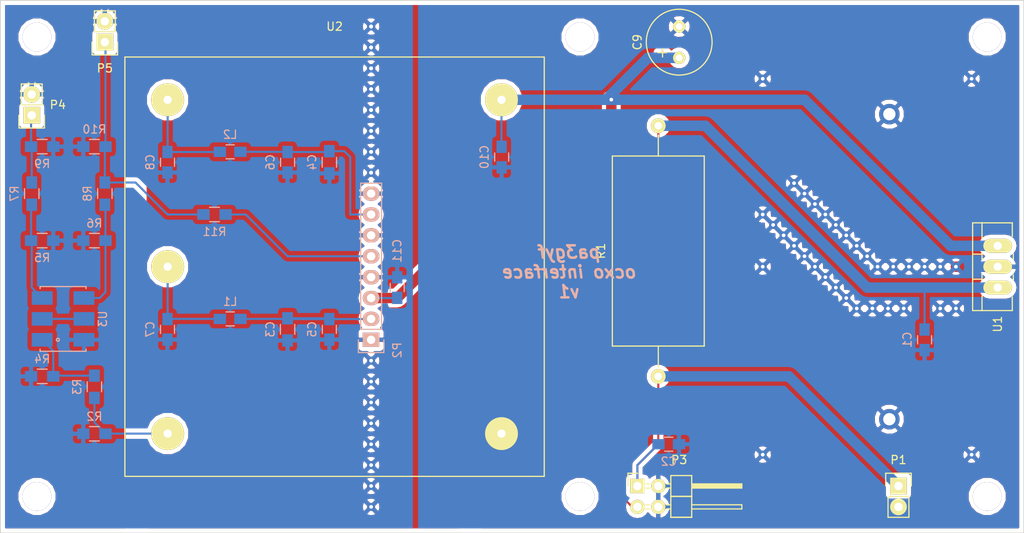
<source format=kicad_pcb>
(kicad_pcb (version 4) (host pcbnew "(after 2015-mar-04 BZR unknown)-product")
  (layers (0 F.Cu signal hide) (31 B.Cu signal) (34 B.Paste user) (35 F.Paste user) (36 B.SilkS user) (37 F.SilkS user) (38 B.Mask user) (39 F.Mask user) (44 Edge.Cuts user))
  (net 0 "")
  (net 1 GND)
  (net 2 OCXO_RF)
  (net 3 OCXO_RF_MATCHED)
  (net 4 "Net-(U3-Pad2)")
  (net 5 "Net-(C2-Pad1)")
  (net 6 OCXO_VREF_PLL)
  (net 7 "Net-(R5-Pad1)")
  (net 8 "Net-(R6-Pad1)")
  (net 9 OCXO_TUNE_PLL)
  (net 10 OCXO_VREF)
  (net 11 OCXO_TUNE)
  (net 12 OCXO_RF_PLL)
  (net 13 OCXO_RF_1)
  (net 14 OCXO_RF_2)
  (net 15 78S12_IN)
  (net 16 78S12_OUT)
  (module via:via (layer F.Cu) (at 94.615 111.76)
    (fp_text reference "" hide)
    (fp_text value "" hide)
    (pad 1 thru_hole circle (at 0.635 0) (size 0.97 0.97) (drill 0.45) (layers *.Cu *.Mask) (net 1 GND))
  )
  (module via:via (layer F.Cu) (at 94.615 109.22)
    (fp_text reference "" hide)
    (fp_text value "" hide)
    (pad 1 thru_hole circle (at 0.635 0) (size 0.97 0.97) (drill 0.45) (layers *.Cu *.Mask) (net 1 GND))
  )
  (module via:via (layer F.Cu) (at 94.615 106.68)
    (fp_text reference "" hide)
    (fp_text value "" hide)
    (pad 1 thru_hole circle (at 0.635 0) (size 0.97 0.97) (drill 0.45) (layers *.Cu *.Mask) (net 1 GND))
  )
  (module via:via (layer F.Cu) (at 94.615 104.14)
    (fp_text reference "" hide)
    (fp_text value "" hide)
    (pad 1 thru_hole circle (at 0.635 0) (size 0.97 0.97) (drill 0.45) (layers *.Cu *.Mask) (net 1 GND))
  )
  (module via:via (layer F.Cu) (at 94.615 101.6)
    (fp_text reference "" hide)
    (fp_text value "" hide)
    (pad 1 thru_hole circle (at 0.635 0) (size 0.97 0.97) (drill 0.45) (layers *.Cu *.Mask) (net 1 GND))
  )
  (module via:via (layer F.Cu) (at 94.615 99.06)
    (fp_text reference "" hide)
    (fp_text value "" hide)
    (pad 1 thru_hole circle (at 0.635 0) (size 0.97 0.97) (drill 0.45) (layers *.Cu *.Mask) (net 1 GND))
  )
  (module via:via (layer F.Cu) (at 94.615 96.52)
    (fp_text reference "" hide)
    (fp_text value "" hide)
    (pad 1 thru_hole circle (at 0.635 0) (size 0.97 0.97) (drill 0.45) (layers *.Cu *.Mask) (net 1 GND))
  )
  (module via:via (layer F.Cu) (at 94.615 93.98)
    (fp_text reference "" hide)
    (fp_text value "" hide)
    (pad 1 thru_hole circle (at 0.635 0) (size 0.97 0.97) (drill 0.45) (layers *.Cu *.Mask) (net 1 GND))
  )
  (module via:via (layer F.Cu) (at 94.615 71.12)
    (fp_text reference "" hide)
    (fp_text value "" hide)
    (pad 1 thru_hole circle (at 0.635 0) (size 0.97 0.97) (drill 0.45) (layers *.Cu *.Mask) (net 1 GND))
  )
  (module via:via (layer F.Cu) (at 94.615 68.58)
    (fp_text reference "" hide)
    (fp_text value "" hide)
    (pad 1 thru_hole circle (at 0.635 0) (size 0.97 0.97) (drill 0.45) (layers *.Cu *.Mask) (net 1 GND))
  )
  (module via:via (layer F.Cu) (at 94.615 66.04)
    (fp_text reference "" hide)
    (fp_text value "" hide)
    (pad 1 thru_hole circle (at 0.635 0) (size 0.97 0.97) (drill 0.45) (layers *.Cu *.Mask) (net 1 GND))
  )
  (module via:via (layer F.Cu) (at 94.615 63.5)
    (fp_text reference "" hide)
    (fp_text value "" hide)
    (pad 1 thru_hole circle (at 0.635 0) (size 0.97 0.97) (drill 0.45) (layers *.Cu *.Mask) (net 1 GND))
  )
  (module via:via (layer F.Cu) (at 94.615 60.96)
    (fp_text reference "" hide)
    (fp_text value "" hide)
    (pad 1 thru_hole circle (at 0.635 0) (size 0.97 0.97) (drill 0.45) (layers *.Cu *.Mask) (net 1 GND))
  )
  (module via:via (layer F.Cu) (at 94.615 58.42)
    (fp_text reference "" hide)
    (fp_text value "" hide)
    (pad 1 thru_hole circle (at 0.635 0) (size 0.97 0.97) (drill 0.45) (layers *.Cu *.Mask) (net 1 GND))
  )
  (module via:via (layer F.Cu) (at 94.615 55.88)
    (fp_text reference "" hide)
    (fp_text value "" hide)
    (pad 1 thru_hole circle (at 0.635 0) (size 0.97 0.97) (drill 0.45) (layers *.Cu *.Mask) (net 1 GND))
  )
  (module via:via (layer F.Cu) (at 94.615 53.34)
    (fp_text reference "" hide)
    (fp_text value "" hide)
    (pad 1 thru_hole circle (at 0.635 0) (size 0.97 0.97) (drill 0.45) (layers *.Cu *.Mask) (net 1 GND))
  )
  (module via:via (layer F.Cu) (at 94.615 53.34)
    (fp_text reference "" hide)
    (fp_text value "" hide)
    (pad 1 thru_hole circle (at 0.635 0) (size 0.97 0.97) (drill 0.45) (layers *.Cu *.Mask) (net 1 GND))
  )
  (module via:via (layer F.Cu) (at 94.615 55.88)
    (fp_text reference "" hide)
    (fp_text value "" hide)
    (pad 1 thru_hole circle (at 0.635 0) (size 0.97 0.97) (drill 0.45) (layers *.Cu *.Mask) (net 1 GND))
  )
  (module via:via (layer F.Cu) (at 94.615 58.42)
    (fp_text reference "" hide)
    (fp_text value "" hide)
    (pad 1 thru_hole circle (at 0.635 0) (size 0.97 0.97) (drill 0.45) (layers *.Cu *.Mask) (net 1 GND))
  )
  (module via:via (layer F.Cu) (at 94.615 60.96)
    (fp_text reference "" hide)
    (fp_text value "" hide)
    (pad 1 thru_hole circle (at 0.635 0) (size 0.97 0.97) (drill 0.45) (layers *.Cu *.Mask) (net 1 GND))
  )
  (module via:via (layer F.Cu) (at 94.615 63.5)
    (fp_text reference "" hide)
    (fp_text value "" hide)
    (pad 1 thru_hole circle (at 0.635 0) (size 0.97 0.97) (drill 0.45) (layers *.Cu *.Mask) (net 1 GND))
  )
  (module via:via (layer F.Cu) (at 94.615 66.04)
    (fp_text reference "" hide)
    (fp_text value "" hide)
    (pad 1 thru_hole circle (at 0.635 0) (size 0.97 0.97) (drill 0.45) (layers *.Cu *.Mask) (net 1 GND))
  )
  (module via:via (layer F.Cu) (at 94.615 68.58)
    (fp_text reference "" hide)
    (fp_text value "" hide)
    (pad 1 thru_hole circle (at 0.635 0) (size 0.97 0.97) (drill 0.45) (layers *.Cu *.Mask) (net 1 GND))
  )
  (module via:via (layer F.Cu) (at 94.615 71.12)
    (fp_text reference "" hide)
    (fp_text value "" hide)
    (pad 1 thru_hole circle (at 0.635 0) (size 0.97 0.97) (drill 0.45) (layers *.Cu *.Mask) (net 1 GND))
  )
  (module via:via (layer F.Cu) (at 94.615 71.12)
    (fp_text reference "" hide)
    (fp_text value "" hide)
    (pad 1 thru_hole circle (at 0.635 0) (size 0.97 0.97) (drill 0.45) (layers *.Cu *.Mask) (net 1 GND))
  )
  (module via:via (layer F.Cu) (at 94.615 68.58)
    (fp_text reference "" hide)
    (fp_text value "" hide)
    (pad 1 thru_hole circle (at 0.635 0) (size 0.97 0.97) (drill 0.45) (layers *.Cu *.Mask) (net 1 GND))
  )
  (module via:via (layer F.Cu) (at 94.615 66.04)
    (fp_text reference "" hide)
    (fp_text value "" hide)
    (pad 1 thru_hole circle (at 0.635 0) (size 0.97 0.97) (drill 0.45) (layers *.Cu *.Mask) (net 1 GND))
  )
  (module via:via (layer F.Cu) (at 94.615 63.5)
    (fp_text reference "" hide)
    (fp_text value "" hide)
    (pad 1 thru_hole circle (at 0.635 0) (size 0.97 0.97) (drill 0.45) (layers *.Cu *.Mask) (net 1 GND))
  )
  (module via:via (layer F.Cu) (at 94.615 60.96)
    (fp_text reference "" hide)
    (fp_text value "" hide)
    (pad 1 thru_hole circle (at 0.635 0) (size 0.97 0.97) (drill 0.45) (layers *.Cu *.Mask) (net 1 GND))
  )
  (module via:via (layer F.Cu) (at 94.615 58.42)
    (fp_text reference "" hide)
    (fp_text value "" hide)
    (pad 1 thru_hole circle (at 0.635 0) (size 0.97 0.97) (drill 0.45) (layers *.Cu *.Mask) (net 1 GND))
  )
  (module via:via (layer F.Cu) (at 94.615 55.88)
    (fp_text reference "" hide)
    (fp_text value "" hide)
    (pad 1 thru_hole circle (at 0.635 0) (size 0.97 0.97) (drill 0.45) (layers *.Cu *.Mask) (net 1 GND))
  )
  (module via:via (layer F.Cu) (at 94.615 53.34)
    (fp_text reference "" hide)
    (fp_text value "" hide)
    (pad 1 thru_hole circle (at 0.635 0) (size 0.97 0.97) (drill 0.45) (layers *.Cu *.Mask) (net 1 GND))
  )
  (module via:via (layer F.Cu) (at 94.615 53.34)
    (fp_text reference "" hide)
    (fp_text value "" hide)
    (pad 1 thru_hole circle (at 0.635 0) (size 0.97 0.97) (drill 0.45) (layers *.Cu *.Mask) (net 1 GND))
  )
  (module via:via (layer F.Cu) (at 94.615 55.88)
    (fp_text reference "" hide)
    (fp_text value "" hide)
    (pad 1 thru_hole circle (at 0.635 0) (size 0.97 0.97) (drill 0.45) (layers *.Cu *.Mask) (net 1 GND))
  )
  (module via:via (layer F.Cu) (at 94.615 58.42)
    (fp_text reference "" hide)
    (fp_text value "" hide)
    (pad 1 thru_hole circle (at 0.635 0) (size 0.97 0.97) (drill 0.45) (layers *.Cu *.Mask) (net 1 GND))
  )
  (module via:via (layer F.Cu) (at 94.615 60.96)
    (fp_text reference "" hide)
    (fp_text value "" hide)
    (pad 1 thru_hole circle (at 0.635 0) (size 0.97 0.97) (drill 0.45) (layers *.Cu *.Mask) (net 1 GND))
  )
  (module via:via (layer F.Cu) (at 94.615 63.5)
    (fp_text reference "" hide)
    (fp_text value "" hide)
    (pad 1 thru_hole circle (at 0.635 0) (size 0.97 0.97) (drill 0.45) (layers *.Cu *.Mask) (net 1 GND))
  )
  (module via:via (layer F.Cu) (at 94.615 66.04)
    (fp_text reference "" hide)
    (fp_text value "" hide)
    (pad 1 thru_hole circle (at 0.635 0) (size 0.97 0.97) (drill 0.45) (layers *.Cu *.Mask) (net 1 GND))
  )
  (module via:via (layer F.Cu) (at 94.615 68.58)
    (fp_text reference "" hide)
    (fp_text value "" hide)
    (pad 1 thru_hole circle (at 0.635 0) (size 0.97 0.97) (drill 0.45) (layers *.Cu *.Mask) (net 1 GND))
  )
  (module via:via (layer F.Cu) (at 94.615 71.12)
    (fp_text reference "" hide)
    (fp_text value "" hide)
    (pad 1 thru_hole circle (at 0.635 0) (size 0.97 0.97) (drill 0.45) (layers *.Cu *.Mask) (net 1 GND))
  )
  (module via:via (layer F.Cu) (at 124.46 62.23)
    (fp_text reference "" hide)
    (fp_text value "" hide)
    (pad 1 thru_hole circle (at 0 0) (size 0.97 0.97) (drill 0.45) (layers *.Cu *.Mask) (net 16 78S12_OUT))
  )
  (module via:via (layer F.Cu) (at 168.275 101.1)
    (fp_text reference "" hide)
    (fp_text value "" hide)
    (pad 1 thru_hole circle (at -10 0) (size 2.5 2.5) (drill 1.5) (layers *.Cu *.Mask) (net 1 GND))
  )
  (module via:via (layer F.Cu) (at 162.56 82.55)
    (fp_text reference "" hide)
    (fp_text value "" hide)
    (pad 1 thru_hole circle (at 0 0) (size 0.97 0.97) (drill 0.45) (layers *.Cu *.Mask) (net 1 GND))
  )
  (module via:via (layer F.Cu) (at 168.275 59.69)
    (fp_text reference "" hide)
    (fp_text value "" hide)
    (pad 1 thru_hole circle (at 0 0) (size 0.97 0.97) (drill 0.45) (layers *.Cu *.Mask) (net 1 GND))
  )
  (module via:via (layer F.Cu) (at 160.655 87.63)
    (fp_text reference "" hide)
    (fp_text value "" hide)
    (pad 1 thru_hole circle (at -0.635 0) (size 0.97 0.97) (drill 0.45) (layers *.Cu *.Mask) (net 1 GND))
  )
  (module via:via (layer F.Cu) (at 158.75 87.63)
    (fp_text reference "" hide)
    (fp_text value "" hide)
    (pad 1 thru_hole circle (at -0.635 0) (size 0.97 0.97) (drill 0.45) (layers *.Cu *.Mask) (net 1 GND))
  )
  (module via:via (layer F.Cu) (at 156.845 87.63)
    (fp_text reference "" hide)
    (fp_text value "" hide)
    (pad 1 thru_hole circle (at -0.635 0) (size 0.97 0.97) (drill 0.45) (layers *.Cu *.Mask) (net 1 GND))
  )
  (module via:via (layer F.Cu) (at 154.94 87.63)
    (fp_text reference "" hide)
    (fp_text value "" hide)
    (pad 1 thru_hole circle (at -0.635 0) (size 0.97 0.97) (drill 0.45) (layers *.Cu *.Mask) (net 1 GND))
  )
  (module via:via (layer F.Cu) (at 153.67 86.36)
    (fp_text reference "" hide)
    (fp_text value "" hide)
    (pad 1 thru_hole circle (at -0.635 0) (size 0.97 0.97) (drill 0.45) (layers *.Cu *.Mask) (net 1 GND))
  )
  (module via:via (layer F.Cu) (at 152.4 85.09)
    (fp_text reference "" hide)
    (fp_text value "" hide)
    (pad 1 thru_hole circle (at -0.635 0) (size 0.97 0.97) (drill 0.45) (layers *.Cu *.Mask) (net 1 GND))
  )
  (module via:via (layer F.Cu) (at 151.13 83.82)
    (fp_text reference "" hide)
    (fp_text value "" hide)
    (pad 1 thru_hole circle (at -0.635 0) (size 0.97 0.97) (drill 0.45) (layers *.Cu *.Mask) (net 1 GND))
  )
  (module via:via (layer F.Cu) (at 149.86 82.55)
    (fp_text reference "" hide)
    (fp_text value "" hide)
    (pad 1 thru_hole circle (at -0.635 0) (size 0.97 0.97) (drill 0.45) (layers *.Cu *.Mask) (net 1 GND))
  )
  (module via:via (layer F.Cu) (at 148.59 81.28)
    (fp_text reference "" hide)
    (fp_text value "" hide)
    (pad 1 thru_hole circle (at -0.635 0) (size 0.97 0.97) (drill 0.45) (layers *.Cu *.Mask) (net 1 GND))
  )
  (module via:via (layer F.Cu) (at 147.32 80.01)
    (fp_text reference "" hide)
    (fp_text value "" hide)
    (pad 1 thru_hole circle (at -0.635 0) (size 0.97 0.97) (drill 0.45) (layers *.Cu *.Mask) (net 1 GND))
  )
  (module via:via (layer F.Cu) (at 146.05 78.74)
    (fp_text reference "" hide)
    (fp_text value "" hide)
    (pad 1 thru_hole circle (at -0.635 0) (size 0.97 0.97) (drill 0.45) (layers *.Cu *.Mask) (net 1 GND))
  )
  (module via:via (layer F.Cu) (at 144.78 77.47)
    (fp_text reference "" hide)
    (fp_text value "" hide)
    (pad 1 thru_hole circle (at -0.635 0) (size 0.97 0.97) (drill 0.45) (layers *.Cu *.Mask) (net 1 GND))
  )
  (module via:via (layer F.Cu) (at 166.37 82.55)
    (fp_text reference "" hide)
    (fp_text value "" hide)
    (pad 1 thru_hole circle (at 0 0) (size 0.97 0.97) (drill 0.45) (layers *.Cu *.Mask) (net 1 GND))
  )
  (module via:via (layer F.Cu) (at 160.655 82.55)
    (fp_text reference "" hide)
    (fp_text value "" hide)
    (pad 1 thru_hole circle (at 0 0) (size 0.97 0.97) (drill 0.45) (layers *.Cu *.Mask) (net 1 GND))
  )
  (module via:via (layer F.Cu) (at 158.75 82.55)
    (fp_text reference "" hide)
    (fp_text value "" hide)
    (pad 1 thru_hole circle (at 0 0) (size 0.97 0.97) (drill 0.45) (layers *.Cu *.Mask) (net 1 GND))
  )
  (module via:via (layer F.Cu) (at 156.845 82.55)
    (fp_text reference "" hide)
    (fp_text value "" hide)
    (pad 1 thru_hole circle (at 0 0) (size 0.97 0.97) (drill 0.45) (layers *.Cu *.Mask) (net 1 GND))
  )
  (module via:via (layer F.Cu) (at 155.575 81.28)
    (fp_text reference "" hide)
    (fp_text value "" hide)
    (pad 1 thru_hole circle (at 0 0) (size 0.97 0.97) (drill 0.45) (layers *.Cu *.Mask) (net 1 GND))
  )
  (module via:via (layer F.Cu) (at 154.305 80.01)
    (fp_text reference "" hide)
    (fp_text value "" hide)
    (pad 1 thru_hole circle (at 0 0) (size 0.97 0.97) (drill 0.45) (layers *.Cu *.Mask) (net 1 GND))
  )
  (module via:via (layer F.Cu) (at 153.035 78.74)
    (fp_text reference "" hide)
    (fp_text value "" hide)
    (pad 1 thru_hole circle (at 0 0) (size 0.97 0.97) (drill 0.45) (layers *.Cu *.Mask) (net 1 GND))
  )
  (module via:via (layer F.Cu) (at 151.765 77.47)
    (fp_text reference "" hide)
    (fp_text value "" hide)
    (pad 1 thru_hole circle (at 0 0) (size 0.97 0.97) (drill 0.45) (layers *.Cu *.Mask) (net 1 GND))
  )
  (module via:via (layer F.Cu) (at 150.495 76.2)
    (fp_text reference "" hide)
    (fp_text value "" hide)
    (pad 1 thru_hole circle (at 0 0) (size 0.97 0.97) (drill 0.45) (layers *.Cu *.Mask) (net 1 GND))
  )
  (module via:via (layer F.Cu) (at 149.225 74.93)
    (fp_text reference "" hide)
    (fp_text value "" hide)
    (pad 1 thru_hole circle (at 0 0) (size 0.97 0.97) (drill 0.45) (layers *.Cu *.Mask) (net 1 GND))
  )
  (module via:via (layer F.Cu) (at 166.37 87.63)
    (fp_text reference "" hide)
    (fp_text value "" hide)
    (pad 1 thru_hole circle (at 0 0) (size 0.97 0.97) (drill 0.45) (layers *.Cu *.Mask) (net 1 GND))
  )
  (module via:via (layer F.Cu) (at 164.465 87.63)
    (fp_text reference "" hide)
    (fp_text value "" hide)
    (pad 1 thru_hole circle (at 0 0) (size 0.97 0.97) (drill 0.45) (layers *.Cu *.Mask) (net 1 GND))
  )
  (module via:via (layer F.Cu) (at 164.465 82.55)
    (fp_text reference "" hide)
    (fp_text value "" hide)
    (pad 1 thru_hole circle (at 0 0) (size 0.97 0.97) (drill 0.45) (layers *.Cu *.Mask) (net 1 GND))
  )
  (module via:via (layer F.Cu) (at 147.955 73.66)
    (fp_text reference "" hide)
    (fp_text value "" hide)
    (pad 1 thru_hole circle (at 0 0) (size 0.97 0.97) (drill 0.45) (layers *.Cu *.Mask) (net 1 GND))
  )
  (module via:via (layer F.Cu) (at 146.05 72.39)
    (fp_text reference "" hide)
    (fp_text value "" hide)
    (pad 1 thru_hole circle (at 0.635 0) (size 0.97 0.97) (drill 0.45) (layers *.Cu *.Mask) (net 1 GND))
  )
  (module via:via (layer F.Cu) (at 143.51 76.2)
    (fp_text reference "" hide)
    (fp_text value "" hide)
    (pad 1 thru_hole circle (at -0.635 0) (size 0.97 0.97) (drill 0.45) (layers *.Cu *.Mask) (net 1 GND))
  )
  (module via:via (layer F.Cu) (at 168.275 105.41)
    (fp_text reference "" hide)
    (fp_text value "" hide)
    (pad 1 thru_hole circle (at 0 0) (size 0.97 0.97) (drill 0.45) (layers *.Cu *.Mask) (net 1 GND))
  )
  (module via:via (layer F.Cu) (at 142.875 105.41)
    (fp_text reference "" hide)
    (fp_text value "" hide)
    (pad 1 thru_hole circle (at 0 0) (size 0.97 0.97) (drill 0.45) (layers *.Cu *.Mask) (net 1 GND))
  )
  (module via:via (layer F.Cu) (at 168.275 82.55)
    (fp_text reference "" hide)
    (fp_text value "" hide)
    (pad 1 thru_hole circle (at -10 -18.55) (size 2.5 2.5) (drill 1.5) (layers *.Cu *.Mask) (net 1 GND))
  )
  (module via:via (layer F.Cu) (at 142.875 82.55)
    (fp_text reference "" hide)
    (fp_text value "" hide)
    (pad 1 thru_hole circle (at 0 0) (size 0.97 0.97) (drill 0.45) (layers *.Cu *.Mask) (net 1 GND))
  )
  (module Mounting_Holes:MountingHole_3-5mm (layer F.Cu) (at 120.65 110.49)
    (fp_text reference "" (at 0 -4.50088) (layer F.SilkS))
    (fp_text value MountingHole_3-5mm)
    (pad 1 thru_hole circle (at 0 0) (size 3.50012 3.50012) (drill 3.50012) (layers))
  )
  (module Mounting_Holes:MountingHole_3-5mm (layer F.Cu) (at 120.65 54.61)
    (fp_text reference "" (at 0 -4.50088) (layer F.SilkS))
    (fp_text value MountingHole_3-5mm)
    (pad 1 thru_hole circle (at 0 0) (size 3.50012 3.50012) (drill 3.50012) (layers))
  )
  (module Mounting_Holes:MountingHole_3-5mm (layer F.Cu) (at 54.61 54.61)
    (fp_text reference "" (at 0 -4.50088) (layer F.SilkS))
    (fp_text value MountingHole_3-5mm)
    (pad 1 thru_hole circle (at 0 0) (size 3.50012 3.50012) (drill 3.50012) (layers))
  )
  (module Mounting_Holes:MountingHole_3-5mm (layer F.Cu) (at 54.61 110.49)
    (fp_text reference "" (at 0 -4.50088) (layer F.SilkS))
    (fp_text value MountingHole_3-5mm)
    (pad 1 thru_hole circle (at 0 0) (size 3.50012 3.50012) (drill 3.50012) (layers))
  )
  (module Mounting_Holes:MountingHole_3-5mm (layer F.Cu) (at 170.18 110.49)
    (fp_text reference "" (at 0 -4.50088) (layer F.SilkS))
    (fp_text value MountingHole_3-5mm)
    (pad 1 thru_hole circle (at 0 0) (size 3.50012 3.50012) (drill 3.50012) (layers))
  )
  (module Capacitors_SMD:C_0805_HandSoldering (layer B.Cu) (at 162.56 91.44 270)
    (fp_text reference C1 (at 0 2.1 270) (layer B.SilkS) (effects (justify mirror)))
    (fp_text value 1u)
    (fp_line (start 0.5 0.85) (end -0.5 0.85) (layer B.SilkS) (width 0.15))
    (fp_line (start -0.5 -0.85) (end 0.5 -0.85) (layer B.SilkS) (width 0.15))
    (pad 1 smd rect (at -1.25 0 270) (size 1.5 1.25) (layers B.Cu B.Paste B.Mask) (net 15 78S12_IN))
    (pad 2 smd rect (at 1.25 0 270) (size 1.5 1.25) (layers B.Cu B.Paste B.Mask) (net 1 GND))
  )
  (module Capacitors_SMD:C_0805_HandSoldering (layer B.Cu) (at 131.445 104.14)
    (fp_text reference C2 (at 0 2.1) (layer B.SilkS) (effects (justify mirror)))
    (fp_text value 1u)
    (fp_line (start 0.5 0.85) (end -0.5 0.85) (layer B.SilkS) (width 0.15))
    (fp_line (start -0.5 -0.85) (end 0.5 -0.85) (layer B.SilkS) (width 0.15))
    (pad 1 smd rect (at -1.25 0) (size 1.5 1.25) (layers B.Cu B.Paste B.Mask) (net 5 "Net-(C2-Pad1)"))
    (pad 2 smd rect (at 1.25 0) (size 1.5 1.25) (layers B.Cu B.Paste B.Mask) (net 1 GND))
  )
  (module Resistors_SMD:R_0805_HandSoldering (layer B.Cu) (at 85.09 90.17 270)
    (fp_text reference C3 (at 0 2.1 270) (layer B.SilkS) (effects (justify mirror)))
    (fp_text value 10u)
    (fp_line (start 0.6 -0.875) (end -0.6 -0.875) (layer B.SilkS) (width 0.15))
    (fp_line (start -0.6 0.875) (end 0.6 0.875) (layer B.SilkS) (width 0.15))
    (pad 1 smd rect (at -1.35 0 270) (size 1.5 1.3) (layers B.Cu B.Paste B.Mask) (net 6 OCXO_VREF_PLL))
    (pad 2 smd rect (at 1.35 0 270) (size 1.5 1.3) (layers B.Cu B.Paste B.Mask) (net 1 GND))
  )
  (module Resistors_SMD:R_0805_HandSoldering (layer B.Cu) (at 90.17 69.85 270)
    (fp_text reference C4 (at 0 2.1 270) (layer B.SilkS) (effects (justify mirror)))
    (fp_text value 10u)
    (fp_line (start 0.6 -0.875) (end -0.6 -0.875) (layer B.SilkS) (width 0.15))
    (fp_line (start -0.6 0.875) (end 0.6 0.875) (layer B.SilkS) (width 0.15))
    (pad 1 smd rect (at -1.35 0 270) (size 1.5 1.3) (layers B.Cu B.Paste B.Mask) (net 9 OCXO_TUNE_PLL))
    (pad 2 smd rect (at 1.35 0 270) (size 1.5 1.3) (layers B.Cu B.Paste B.Mask) (net 1 GND))
  )
  (module Capacitors_SMD:C_0805_HandSoldering (layer B.Cu) (at 90.17 90.17 270)
    (fp_text reference C5 (at 0 2.1 270) (layer B.SilkS) (effects (justify mirror)))
    (fp_text value 1n)
    (fp_line (start 0.5 0.85) (end -0.5 0.85) (layer B.SilkS) (width 0.15))
    (fp_line (start -0.5 -0.85) (end 0.5 -0.85) (layer B.SilkS) (width 0.15))
    (pad 1 smd rect (at -1.25 0 270) (size 1.5 1.25) (layers B.Cu B.Paste B.Mask) (net 6 OCXO_VREF_PLL))
    (pad 2 smd rect (at 1.25 0 270) (size 1.5 1.25) (layers B.Cu B.Paste B.Mask) (net 1 GND))
  )
  (module Capacitors_SMD:C_0805_HandSoldering (layer B.Cu) (at 85.09 69.85 270)
    (fp_text reference C6 (at 0 2.1 270) (layer B.SilkS) (effects (justify mirror)))
    (fp_text value 1n)
    (fp_line (start 0.5 0.85) (end -0.5 0.85) (layer B.SilkS) (width 0.15))
    (fp_line (start -0.5 -0.85) (end 0.5 -0.85) (layer B.SilkS) (width 0.15))
    (pad 1 smd rect (at -1.25 0 270) (size 1.5 1.25) (layers B.Cu B.Paste B.Mask) (net 9 OCXO_TUNE_PLL))
    (pad 2 smd rect (at 1.25 0 270) (size 1.5 1.25) (layers B.Cu B.Paste B.Mask) (net 1 GND))
  )
  (module Capacitors_SMD:C_0805_HandSoldering (layer B.Cu) (at 70.485 90.17 270)
    (fp_text reference C7 (at 0 2.1 270) (layer B.SilkS) (effects (justify mirror)))
    (fp_text value 1n)
    (fp_line (start 0.5 0.85) (end -0.5 0.85) (layer B.SilkS) (width 0.15))
    (fp_line (start -0.5 -0.85) (end 0.5 -0.85) (layer B.SilkS) (width 0.15))
    (pad 1 smd rect (at -1.25 0 270) (size 1.5 1.25) (layers B.Cu B.Paste B.Mask) (net 10 OCXO_VREF))
    (pad 2 smd rect (at 1.25 0 270) (size 1.5 1.25) (layers B.Cu B.Paste B.Mask) (net 1 GND))
  )
  (module Capacitors_SMD:C_0805_HandSoldering (layer B.Cu) (at 70.485 69.85 270)
    (fp_text reference C8 (at 0 2.1 270) (layer B.SilkS) (effects (justify mirror)))
    (fp_text value 1n)
    (fp_line (start 0.5 0.85) (end -0.5 0.85) (layer B.SilkS) (width 0.15))
    (fp_line (start -0.5 -0.85) (end 0.5 -0.85) (layer B.SilkS) (width 0.15))
    (pad 1 smd rect (at -1.25 0 270) (size 1.5 1.25) (layers B.Cu B.Paste B.Mask) (net 11 OCXO_TUNE))
    (pad 2 smd rect (at 1.25 0 270) (size 1.5 1.25) (layers B.Cu B.Paste B.Mask) (net 1 GND))
  )
  (module Capacitors_Elko_ThroughHole:Elko_vert_11.5x8mm_RM3.5 (layer F.Cu) (at 132.715 57.15 90)
    (fp_text reference C9 (at 1.905 -5.08 90) (layer F.SilkS))
    (fp_text value 100u)
    (fp_line (start 0.10414 -2.02438) (end 1.1303 -2.02438) (layer F.SilkS) (width 0.15))
    (fp_line (start 0.62992 -2.57556) (end 0.62992 -1.524) (layer F.SilkS) (width 0.15))
    (fp_line (start 0.635 -2.54) (end 0.635 -1.524) (layer F.Cu) (width 0.15))
    (fp_line (start 0.127 -2.032) (end 1.143 -2.032) (layer F.Cu) (width 0.15))
    (fp_circle (center 1.905 0) (end 5.9055 0) (layer F.SilkS) (width 0.15))
    (pad 2 thru_hole circle (at 3.81 0 90) (size 1.50114 1.50114) (drill 0.8001) (layers *.Cu *.Mask F.SilkS) (net 1 GND))
    (pad 1 thru_hole circle (at 0 0 90) (size 1.50114 1.50114) (drill 0.8001) (layers *.Cu *.Mask F.SilkS) (net 16 78S12_OUT))
  )
  (module Capacitors_SMD:C_0805_HandSoldering (layer B.Cu) (at 111.125 69.215 270)
    (fp_text reference C10 (at 0 2.1 270) (layer B.SilkS) (effects (justify mirror)))
    (fp_text value 1u)
    (fp_line (start 0.5 0.85) (end -0.5 0.85) (layer B.SilkS) (width 0.15))
    (fp_line (start -0.5 -0.85) (end 0.5 -0.85) (layer B.SilkS) (width 0.15))
    (pad 1 smd rect (at -1.25 0 270) (size 1.5 1.25) (layers B.Cu B.Paste B.Mask) (net 16 78S12_OUT))
    (pad 2 smd rect (at 1.25 0 270) (size 1.5 1.25) (layers B.Cu B.Paste B.Mask) (net 1 GND))
  )
  (module Capacitors_SMD:C_0805_HandSoldering (layer B.Cu) (at 78.105 88.9 180)
    (fp_text reference L1 (at 0 2.1 180) (layer B.SilkS) (effects (justify mirror)))
    (fp_text value 22uH)
    (fp_line (start 0.5 0.85) (end -0.5 0.85) (layer B.SilkS) (width 0.15))
    (fp_line (start -0.5 -0.85) (end 0.5 -0.85) (layer B.SilkS) (width 0.15))
    (pad 1 smd rect (at -1.25 0 180) (size 1.5 1.25) (layers B.Cu B.Paste B.Mask) (net 6 OCXO_VREF_PLL))
    (pad 2 smd rect (at 1.25 0 180) (size 1.5 1.25) (layers B.Cu B.Paste B.Mask) (net 10 OCXO_VREF))
  )
  (module Capacitors_SMD:C_0805_HandSoldering (layer B.Cu) (at 78.105 68.58 180)
    (fp_text reference L2 (at 0 2.1 180) (layer B.SilkS) (effects (justify mirror)))
    (fp_text value 22uH)
    (fp_line (start 0.5 0.85) (end -0.5 0.85) (layer B.SilkS) (width 0.15))
    (fp_line (start -0.5 -0.85) (end 0.5 -0.85) (layer B.SilkS) (width 0.15))
    (pad 1 smd rect (at -1.25 0 180) (size 1.5 1.25) (layers B.Cu B.Paste B.Mask) (net 9 OCXO_TUNE_PLL))
    (pad 2 smd rect (at 1.25 0 180) (size 1.5 1.25) (layers B.Cu B.Paste B.Mask) (net 11 OCXO_TUNE))
  )
  (module Pin_Headers:Pin_Header_Straight_1x02 (layer F.Cu) (at 159.385 109.22)
    (fp_text reference P1 (at 0 -3.175) (layer F.SilkS))
    (fp_text value CONN_OCXO_UREG)
    (fp_line (start 1.27 1.27) (end 1.27 3.81) (layer F.SilkS) (width 0.15))
    (fp_line (start 1.55 -1.55) (end 1.55 0) (layer F.SilkS) (width 0.15))
    (fp_line (start 1.27 1.27) (end -1.27 1.27) (layer F.SilkS) (width 0.15))
    (fp_line (start -1.55 0) (end -1.55 -1.55) (layer F.SilkS) (width 0.15))
    (fp_line (start -1.55 -1.55) (end 1.55 -1.55) (layer F.SilkS) (width 0.15))
    (fp_line (start -1.27 1.27) (end -1.27 3.81) (layer F.SilkS) (width 0.15))
    (fp_line (start -1.27 3.81) (end 1.27 3.81) (layer F.SilkS) (width 0.15))
    (pad 1 thru_hole rect (at 0 0) (size 2.032 2.032) (drill 1.016) (layers *.Cu *.Mask F.SilkS) (net 5 "Net-(C2-Pad1)"))
    (pad 2 thru_hole oval (at 0 2.54) (size 2.032 2.032) (drill 1.016) (layers *.Cu *.Mask F.SilkS) (net 1 GND))
  )
  (module Socket_Strips:Socket_Strip_Straight_1x08 (layer B.Cu) (at 95.25 91.44 90)
    (fp_text reference P2 (at -1.27 3.175 90) (layer B.SilkS) (effects (justify mirror)))
    (fp_text value CONN_01X08)
    (fp_line (start 1.27 -1.27) (end 19.05 -1.27) (layer B.SilkS) (width 0.15))
    (fp_line (start 19.05 -1.27) (end 19.05 1.27) (layer B.SilkS) (width 0.15))
    (fp_line (start 19.05 1.27) (end 1.27 1.27) (layer B.SilkS) (width 0.15))
    (fp_line (start -1.55 -1.55) (end 0 -1.55) (layer B.SilkS) (width 0.15))
    (fp_line (start 1.27 -1.27) (end 1.27 1.27) (layer B.SilkS) (width 0.15))
    (fp_line (start 0 1.55) (end -1.55 1.55) (layer B.SilkS) (width 0.15))
    (fp_line (start -1.55 1.55) (end -1.55 -1.55) (layer B.SilkS) (width 0.15))
    (pad 1 thru_hole rect (at 0 0 90) (size 1.7272 2.032) (drill 1.016) (layers *.Cu *.Mask B.SilkS) (net 1 GND))
    (pad 2 thru_hole oval (at 2.54 0 90) (size 1.7272 2.032) (drill 1.016) (layers *.Cu *.Mask B.SilkS) (net 6 OCXO_VREF_PLL))
    (pad 3 thru_hole oval (at 5.08 0 90) (size 1.7272 2.032) (drill 1.016) (layers *.Cu *.Mask B.SilkS) (net 16 78S12_OUT))
    (pad 4 thru_hole oval (at 7.62 0 90) (size 1.7272 2.032) (drill 1.016) (layers *.Cu *.Mask B.SilkS) (net 1 GND))
    (pad 5 thru_hole oval (at 10.16 0 90) (size 1.7272 2.032) (drill 1.016) (layers *.Cu *.Mask B.SilkS) (net 12 OCXO_RF_PLL))
    (pad 6 thru_hole oval (at 12.7 0 90) (size 1.7272 2.032) (drill 1.016) (layers *.Cu *.Mask B.SilkS) (net 1 GND))
    (pad 7 thru_hole oval (at 15.24 0 90) (size 1.7272 2.032) (drill 1.016) (layers *.Cu *.Mask B.SilkS) (net 9 OCXO_TUNE_PLL))
    (pad 8 thru_hole oval (at 17.78 0 90) (size 1.7272 2.032) (drill 1.016) (layers *.Cu *.Mask B.SilkS) (net 1 GND))
  )
  (module Pin_Headers:Pin_Header_Angled_2x02 (layer F.Cu) (at 127.635 109.22)
    (fp_text reference P3 (at 5.08 -3.175) (layer F.SilkS))
    (fp_text value CONN_PWR_MON)
    (fp_line (start 1.524 2.794) (end 1.016 2.794) (layer F.SilkS) (width 0.15))
    (fp_line (start 1.524 2.286) (end 1.016 2.286) (layer F.SilkS) (width 0.15))
    (fp_line (start 1.524 0.254) (end 1.016 0.254) (layer F.SilkS) (width 0.15))
    (fp_line (start 1.524 -0.254) (end 1.016 -0.254) (layer F.SilkS) (width 0.15))
    (fp_line (start 4.064 -0.254) (end 3.556 -0.254) (layer F.SilkS) (width 0.15))
    (fp_line (start 4.064 0.254) (end 3.556 0.254) (layer F.SilkS) (width 0.15))
    (fp_line (start 4.064 2.286) (end 3.556 2.286) (layer F.SilkS) (width 0.15))
    (fp_line (start 4.064 2.794) (end 3.556 2.794) (layer F.SilkS) (width 0.15))
    (fp_line (start 0 -1.55) (end -1.15 -1.55) (layer F.SilkS) (width 0.15))
    (fp_line (start -1.15 -1.55) (end -1.15 0) (layer F.SilkS) (width 0.15))
    (fp_line (start 6.604 -0.127) (end 12.573 -0.127) (layer F.SilkS) (width 0.15))
    (fp_line (start 12.573 -0.127) (end 12.573 0.127) (layer F.SilkS) (width 0.15))
    (fp_line (start 12.573 0.127) (end 6.731 0.127) (layer F.SilkS) (width 0.15))
    (fp_line (start 6.731 0.127) (end 6.731 0) (layer F.SilkS) (width 0.15))
    (fp_line (start 6.731 0) (end 12.573 0) (layer F.SilkS) (width 0.15))
    (fp_line (start 4.064 3.81) (end 6.604 3.81) (layer F.SilkS) (width 0.15))
    (fp_line (start 4.064 1.27) (end 6.604 1.27) (layer F.SilkS) (width 0.15))
    (fp_line (start 4.064 1.27) (end 4.064 3.81) (layer F.SilkS) (width 0.15))
    (fp_line (start 4.064 3.81) (end 6.604 3.81) (layer F.SilkS) (width 0.15))
    (fp_line (start 6.604 2.286) (end 12.7 2.286) (layer F.SilkS) (width 0.15))
    (fp_line (start 12.7 2.286) (end 12.7 2.794) (layer F.SilkS) (width 0.15))
    (fp_line (start 12.7 2.794) (end 6.604 2.794) (layer F.SilkS) (width 0.15))
    (fp_line (start 6.604 3.81) (end 6.604 1.27) (layer F.SilkS) (width 0.15))
    (fp_line (start 6.604 1.27) (end 6.604 -1.27) (layer F.SilkS) (width 0.15))
    (fp_line (start 12.7 0.254) (end 6.604 0.254) (layer F.SilkS) (width 0.15))
    (fp_line (start 12.7 -0.254) (end 12.7 0.254) (layer F.SilkS) (width 0.15))
    (fp_line (start 6.604 -0.254) (end 12.7 -0.254) (layer F.SilkS) (width 0.15))
    (fp_line (start 4.064 1.27) (end 6.604 1.27) (layer F.SilkS) (width 0.15))
    (fp_line (start 4.064 -1.27) (end 4.064 1.27) (layer F.SilkS) (width 0.15))
    (fp_line (start 4.064 -1.27) (end 6.604 -1.27) (layer F.SilkS) (width 0.15))
    (pad 1 thru_hole rect (at 0 0) (size 1.7272 1.7272) (drill 1.016) (layers *.Cu *.Mask F.SilkS) (net 5 "Net-(C2-Pad1)"))
    (pad 2 thru_hole oval (at 2.54 0) (size 1.7272 1.7272) (drill 1.016) (layers *.Cu *.Mask F.SilkS) (net 1 GND))
    (pad 3 thru_hole oval (at 0 2.54) (size 1.7272 1.7272) (drill 1.016) (layers *.Cu *.Mask F.SilkS) (net 15 78S12_IN))
    (pad 4 thru_hole oval (at 2.54 2.54) (size 1.7272 1.7272) (drill 1.016) (layers *.Cu *.Mask F.SilkS) (net 1 GND))
  )
  (module Pin_Headers:Pin_Header_Straight_1x02 (layer F.Cu) (at 53.975 64.135 180)
    (fp_text reference P4 (at -3.175 1.27 180) (layer F.SilkS))
    (fp_text value CONN_OCXO_RF_1)
    (fp_line (start 1.27 1.27) (end 1.27 3.81) (layer F.SilkS) (width 0.15))
    (fp_line (start 1.55 -1.55) (end 1.55 0) (layer F.SilkS) (width 0.15))
    (fp_line (start 1.27 1.27) (end -1.27 1.27) (layer F.SilkS) (width 0.15))
    (fp_line (start -1.55 0) (end -1.55 -1.55) (layer F.SilkS) (width 0.15))
    (fp_line (start -1.55 -1.55) (end 1.55 -1.55) (layer F.SilkS) (width 0.15))
    (fp_line (start -1.27 1.27) (end -1.27 3.81) (layer F.SilkS) (width 0.15))
    (fp_line (start -1.27 3.81) (end 1.27 3.81) (layer F.SilkS) (width 0.15))
    (pad 1 thru_hole rect (at 0 0 180) (size 2.032 2.032) (drill 1.016) (layers *.Cu *.Mask F.SilkS) (net 13 OCXO_RF_1))
    (pad 2 thru_hole oval (at 0 2.54 180) (size 2.032 2.032) (drill 1.016) (layers *.Cu *.Mask F.SilkS) (net 1 GND))
  )
  (module Pin_Headers:Pin_Header_Straight_1x02 (layer F.Cu) (at 62.865 55.245 180)
    (fp_text reference P5 (at 0 -3.175 180) (layer F.SilkS))
    (fp_text value CONN_OCXO_RF_2)
    (fp_line (start 1.27 1.27) (end 1.27 3.81) (layer F.SilkS) (width 0.15))
    (fp_line (start 1.55 -1.55) (end 1.55 0) (layer F.SilkS) (width 0.15))
    (fp_line (start 1.27 1.27) (end -1.27 1.27) (layer F.SilkS) (width 0.15))
    (fp_line (start -1.55 0) (end -1.55 -1.55) (layer F.SilkS) (width 0.15))
    (fp_line (start -1.55 -1.55) (end 1.55 -1.55) (layer F.SilkS) (width 0.15))
    (fp_line (start -1.27 1.27) (end -1.27 3.81) (layer F.SilkS) (width 0.15))
    (fp_line (start -1.27 3.81) (end 1.27 3.81) (layer F.SilkS) (width 0.15))
    (pad 1 thru_hole rect (at 0 0 180) (size 2.032 2.032) (drill 1.016) (layers *.Cu *.Mask F.SilkS) (net 14 OCXO_RF_2))
    (pad 2 thru_hole oval (at 0 2.54 180) (size 2.032 2.032) (drill 1.016) (layers *.Cu *.Mask F.SilkS) (net 1 GND))
  )
  (module Resistors_SMD:R_0805_HandSoldering (layer B.Cu) (at 61.595 102.87 180)
    (fp_text reference R2 (at 0 2.1 180) (layer B.SilkS) (effects (justify mirror)))
    (fp_text value InfR)
    (fp_line (start 0.6 -0.875) (end -0.6 -0.875) (layer B.SilkS) (width 0.15))
    (fp_line (start -0.6 0.875) (end 0.6 0.875) (layer B.SilkS) (width 0.15))
    (pad 1 smd rect (at -1.35 0 180) (size 1.5 1.3) (layers B.Cu B.Paste B.Mask) (net 2 OCXO_RF))
    (pad 2 smd rect (at 1.35 0 180) (size 1.5 1.3) (layers B.Cu B.Paste B.Mask) (net 1 GND))
  )
  (module Resistors_SMD:R_0805_HandSoldering (layer B.Cu) (at 61.595 97.155 270)
    (fp_text reference R3 (at 0 2.1 270) (layer B.SilkS) (effects (justify mirror)))
    (fp_text value 0R)
    (fp_line (start 0.6 -0.875) (end -0.6 -0.875) (layer B.SilkS) (width 0.15))
    (fp_line (start -0.6 0.875) (end 0.6 0.875) (layer B.SilkS) (width 0.15))
    (pad 1 smd rect (at -1.35 0 270) (size 1.5 1.3) (layers B.Cu B.Paste B.Mask) (net 3 OCXO_RF_MATCHED))
    (pad 2 smd rect (at 1.35 0 270) (size 1.5 1.3) (layers B.Cu B.Paste B.Mask) (net 2 OCXO_RF))
  )
  (module Resistors_SMD:R_0805_HandSoldering (layer B.Cu) (at 55.245 95.885 180)
    (fp_text reference R4 (at 0 2.1 180) (layer B.SilkS) (effects (justify mirror)))
    (fp_text value InfR)
    (fp_line (start 0.6 -0.875) (end -0.6 -0.875) (layer B.SilkS) (width 0.15))
    (fp_line (start -0.6 0.875) (end 0.6 0.875) (layer B.SilkS) (width 0.15))
    (pad 1 smd rect (at -1.35 0 180) (size 1.5 1.3) (layers B.Cu B.Paste B.Mask) (net 3 OCXO_RF_MATCHED))
    (pad 2 smd rect (at 1.35 0 180) (size 1.5 1.3) (layers B.Cu B.Paste B.Mask) (net 1 GND))
  )
  (module Resistors_SMD:R_0805_HandSoldering (layer B.Cu) (at 55.245 79.375)
    (fp_text reference R5 (at 0 2.1) (layer B.SilkS) (effects (justify mirror)))
    (fp_text value InfR)
    (fp_line (start 0.6 -0.875) (end -0.6 -0.875) (layer B.SilkS) (width 0.15))
    (fp_line (start -0.6 0.875) (end 0.6 0.875) (layer B.SilkS) (width 0.15))
    (pad 1 smd rect (at -1.35 0) (size 1.5 1.3) (layers B.Cu B.Paste B.Mask) (net 7 "Net-(R5-Pad1)"))
    (pad 2 smd rect (at 1.35 0) (size 1.5 1.3) (layers B.Cu B.Paste B.Mask) (net 1 GND))
  )
  (module Resistors_SMD:R_0805_HandSoldering (layer B.Cu) (at 61.595 79.375 180)
    (fp_text reference R6 (at 0 2.1 180) (layer B.SilkS) (effects (justify mirror)))
    (fp_text value InfR)
    (fp_line (start 0.6 -0.875) (end -0.6 -0.875) (layer B.SilkS) (width 0.15))
    (fp_line (start -0.6 0.875) (end 0.6 0.875) (layer B.SilkS) (width 0.15))
    (pad 1 smd rect (at -1.35 0 180) (size 1.5 1.3) (layers B.Cu B.Paste B.Mask) (net 8 "Net-(R6-Pad1)"))
    (pad 2 smd rect (at 1.35 0 180) (size 1.5 1.3) (layers B.Cu B.Paste B.Mask) (net 1 GND))
  )
  (module Resistors_SMD:R_0805_HandSoldering (layer B.Cu) (at 53.975 73.66 270)
    (fp_text reference R7 (at 0 2.1 270) (layer B.SilkS) (effects (justify mirror)))
    (fp_text value 0R)
    (fp_line (start 0.6 -0.875) (end -0.6 -0.875) (layer B.SilkS) (width 0.15))
    (fp_line (start -0.6 0.875) (end 0.6 0.875) (layer B.SilkS) (width 0.15))
    (pad 1 smd rect (at -1.35 0 270) (size 1.5 1.3) (layers B.Cu B.Paste B.Mask) (net 13 OCXO_RF_1))
    (pad 2 smd rect (at 1.35 0 270) (size 1.5 1.3) (layers B.Cu B.Paste B.Mask) (net 7 "Net-(R5-Pad1)"))
  )
  (module Resistors_SMD:R_0805_HandSoldering (layer B.Cu) (at 62.865 73.66 270)
    (fp_text reference R8 (at 0 2.1 270) (layer B.SilkS) (effects (justify mirror)))
    (fp_text value 0R)
    (fp_line (start 0.6 -0.875) (end -0.6 -0.875) (layer B.SilkS) (width 0.15))
    (fp_line (start -0.6 0.875) (end 0.6 0.875) (layer B.SilkS) (width 0.15))
    (pad 1 smd rect (at -1.35 0 270) (size 1.5 1.3) (layers B.Cu B.Paste B.Mask) (net 14 OCXO_RF_2))
    (pad 2 smd rect (at 1.35 0 270) (size 1.5 1.3) (layers B.Cu B.Paste B.Mask) (net 8 "Net-(R6-Pad1)"))
  )
  (module Resistors_SMD:R_0805_HandSoldering (layer B.Cu) (at 55.245 67.945)
    (fp_text reference R9 (at 0 2.1) (layer B.SilkS) (effects (justify mirror)))
    (fp_text value InfR)
    (fp_line (start 0.6 -0.875) (end -0.6 -0.875) (layer B.SilkS) (width 0.15))
    (fp_line (start -0.6 0.875) (end 0.6 0.875) (layer B.SilkS) (width 0.15))
    (pad 1 smd rect (at -1.35 0) (size 1.5 1.3) (layers B.Cu B.Paste B.Mask) (net 13 OCXO_RF_1))
    (pad 2 smd rect (at 1.35 0) (size 1.5 1.3) (layers B.Cu B.Paste B.Mask) (net 1 GND))
  )
  (module Resistors_SMD:R_0805_HandSoldering (layer B.Cu) (at 61.595 67.945 180)
    (fp_text reference R10 (at 0 2.1 180) (layer B.SilkS) (effects (justify mirror)))
    (fp_text value InfR)
    (fp_line (start 0.6 -0.875) (end -0.6 -0.875) (layer B.SilkS) (width 0.15))
    (fp_line (start -0.6 0.875) (end 0.6 0.875) (layer B.SilkS) (width 0.15))
    (pad 1 smd rect (at -1.35 0 180) (size 1.5 1.3) (layers B.Cu B.Paste B.Mask) (net 14 OCXO_RF_2))
    (pad 2 smd rect (at 1.35 0 180) (size 1.5 1.3) (layers B.Cu B.Paste B.Mask) (net 1 GND))
  )
  (module Transistors_TO-220:TO-220_Neutral123_Vertical_LargePads (layer F.Cu) (at 171.45 82.55 90)
    (fp_text reference U1 (at -6.985 0 90) (layer F.SilkS))
    (fp_text value 78S12)
    (fp_line (start 5.334 -1.905) (end 3.429 -1.905) (layer F.SilkS) (width 0.15))
    (fp_line (start 0.889 -1.905) (end 1.651 -1.905) (layer F.SilkS) (width 0.15))
    (fp_line (start -1.524 -1.905) (end -1.651 -1.905) (layer F.SilkS) (width 0.15))
    (fp_line (start -1.524 -1.905) (end -0.889 -1.905) (layer F.SilkS) (width 0.15))
    (fp_line (start -5.334 -1.905) (end -3.556 -1.905) (layer F.SilkS) (width 0.15))
    (fp_line (start -5.334 1.778) (end -3.683 1.778) (layer F.SilkS) (width 0.15))
    (fp_line (start -1.016 1.905) (end -1.651 1.905) (layer F.SilkS) (width 0.15))
    (fp_line (start 1.524 1.905) (end 0.889 1.905) (layer F.SilkS) (width 0.15))
    (fp_line (start 5.334 1.778) (end 3.683 1.778) (layer F.SilkS) (width 0.15))
    (fp_line (start -1.524 -3.048) (end -1.524 -1.905) (layer F.SilkS) (width 0.15))
    (fp_line (start 1.524 -3.048) (end 1.524 -1.905) (layer F.SilkS) (width 0.15))
    (fp_line (start 5.334 -1.905) (end 5.334 1.778) (layer F.SilkS) (width 0.15))
    (fp_line (start -5.334 1.778) (end -5.334 -1.905) (layer F.SilkS) (width 0.15))
    (fp_line (start 5.334 -3.048) (end 5.334 -1.905) (layer F.SilkS) (width 0.15))
    (fp_line (start -5.334 -1.905) (end -5.334 -3.048) (layer F.SilkS) (width 0.15))
    (fp_line (start 0 -3.048) (end -5.334 -3.048) (layer F.SilkS) (width 0.15))
    (fp_line (start 0 -3.048) (end 5.334 -3.048) (layer F.SilkS) (width 0.15))
    (pad 2 thru_hole oval (at 0 0 180) (size 3.50012 1.69926) (drill 1.00076) (layers *.Cu *.Mask F.SilkS) (net 1 GND))
    (pad 1 thru_hole oval (at -2.54 0 180) (size 3.50012 1.69926) (drill 1.00076) (layers *.Cu *.Mask F.SilkS) (net 15 78S12_IN))
    (pad 3 thru_hole oval (at 2.54 0 180) (size 3.50012 1.69926) (drill 1.00076) (layers *.Cu *.Mask F.SilkS) (net 16 78S12_OUT))
  )
  (module MORION_FULLMETA:MV89 (layer F.Cu) (at 90.805 82.55)
    (fp_text reference U2 (at 0 -29.21) (layer F.SilkS))
    (fp_text value MV89)
    (fp_line (start 25.5 25.5) (end 25.5 -25.5) (layer F.SilkS) (width 0.15))
    (fp_line (start -25.5 25.5) (end 25.5 25.5) (layer F.SilkS) (width 0.15))
    (fp_line (start -25.5 -25.5) (end 25.5 -25.5) (layer F.SilkS) (width 0.15))
    (fp_line (start -25.5 25.5) (end -25.5 -25.5) (layer F.SilkS) (width 0.15))
    (pad 1 thru_hole circle (at -20.3 -20.3) (size 4 4) (drill 1) (layers *.Cu *.Mask F.SilkS) (net 11 OCXO_TUNE))
    (pad 2 thru_hole circle (at -20.3 0) (size 4 4) (drill 1) (layers *.Cu *.Mask F.SilkS) (net 10 OCXO_VREF))
    (pad 3 thru_hole circle (at -20.3 20.3) (size 4 4) (drill 1) (layers *.Cu *.Mask F.SilkS) (net 2 OCXO_RF))
    (pad 4 thru_hole circle (at 20.3 20.3) (size 4 4) (drill 1) (layers *.Cu *.Mask F.SilkS) (net 1 GND))
    (pad 5 thru_hole circle (at 20.3 -20.3) (size 4 4) (drill 1) (layers *.Cu *.Mask F.SilkS) (net 16 78S12_OUT))
  )
  (module MiniCircuits:CD636 (layer B.Cu) (at 57.785 88.9 90)
    (fp_text reference U3 (at 0 4.826 90) (layer B.SilkS) (effects (justify mirror)))
    (fp_text value ADP-2-1)
    (fp_circle (center -2.54 -0.635) (end -2.413 -0.762) (layer B.SilkS) (width 0.15))
    (fp_line (start 3.937 2.794) (end 3.683 2.794) (layer B.SilkS) (width 0.15))
    (fp_line (start 3.937 -2.794) (end 3.683 -2.794) (layer B.SilkS) (width 0.15))
    (fp_line (start 3.937 -2.794) (end 3.937 2.794) (layer B.SilkS) (width 0.15))
    (fp_line (start -3.937 -2.794) (end -3.683 -2.794) (layer B.SilkS) (width 0.15))
    (fp_line (start -3.937 2.794) (end -3.683 2.794) (layer B.SilkS) (width 0.15))
    (fp_line (start -3.937 -2.794) (end -3.937 2.794) (layer B.SilkS) (width 0.15))
    (pad 1 smd rect (at -2.54 -2.54 90) (size 1.651 2.54) (layers B.Cu B.Paste B.Mask) (net 3 OCXO_RF_MATCHED))
    (pad 2 smd rect (at 0 -2.54 90) (size 1.651 2.54) (layers B.Cu B.Paste B.Mask) (net 4 "Net-(U3-Pad2)"))
    (pad 3 smd rect (at 2.54 -2.54 90) (size 1.651 2.54) (layers B.Cu B.Paste B.Mask) (net 7 "Net-(R5-Pad1)"))
    (pad 4 smd rect (at 2.54 2.54 90) (size 1.651 2.54) (layers B.Cu B.Paste B.Mask) (net 8 "Net-(R6-Pad1)"))
    (pad 5 smd rect (at 0 2.54 90) (size 1.651 2.54) (layers B.Cu B.Paste B.Mask) (net 4 "Net-(U3-Pad2)"))
    (pad 6 smd rect (at -2.54 2.54 90) (size 1.651 2.54) (layers B.Cu B.Paste B.Mask) (net 1 GND))
  )
  (module Resistors_ThroughHole:Resistor_Ceramic_Horizontal_L23mm-W9mm-H9mm-p30mm (layer F.Cu) (at 130.175 80.645 90)
    (fp_text reference R1 (at 0 -6.985 90) (layer F.SilkS))
    (fp_text value 2R/5W)
    (fp_line (start -11.557 4.572) (end -11.557 5.588) (layer F.SilkS) (width 0.15))
    (fp_line (start -11.557 5.588) (end 11.557 5.588) (layer F.SilkS) (width 0.15))
    (fp_line (start 11.557 5.588) (end 11.557 4.572) (layer F.SilkS) (width 0.15))
    (fp_line (start -11.557 -4.572) (end -11.557 -5.588) (layer F.SilkS) (width 0.15))
    (fp_line (start -11.557 -5.588) (end 11.557 -5.588) (layer F.SilkS) (width 0.15))
    (fp_line (start 11.557 -5.588) (end 11.557 -4.572) (layer F.SilkS) (width 0.15))
    (fp_line (start 11.557 0) (end 14.097 0) (layer F.SilkS) (width 0.15))
    (fp_line (start -11.557 0) (end -14.097 0) (layer F.SilkS) (width 0.15))
    (fp_line (start -11.557 -4.572) (end -11.557 4.572) (layer F.SilkS) (width 0.15))
    (fp_line (start 11.557 4.572) (end 11.557 -4.572) (layer F.SilkS) (width 0.15))
    (pad 1 thru_hole circle (at -15.24 0 270) (size 1.8 1.8) (drill 0.9) (layers *.Cu *.Mask F.SilkS) (net 5 "Net-(C2-Pad1)"))
    (pad 2 thru_hole circle (at 15.24 0 270) (size 1.8 1.8) (drill 0.9) (layers *.Cu *.Mask F.SilkS) (net 15 78S12_IN))
  )
  (module Mounting_Holes:MountingHole_3-5mm (layer F.Cu) (at 170.18 54.61)
    (fp_text reference "" (at 0 -4.50088) (layer F.SilkS))
    (fp_text value MountingHole_3-5mm)
    (pad 1 thru_hole circle (at 0 0) (size 3.50012 3.50012) (drill 3.50012) (layers))
  )
  (module Resistors_SMD:R_0805_HandSoldering (layer B.Cu) (at 76.2 76.2)
    (fp_text reference R11 (at 0 2.1) (layer B.SilkS) (effects (justify mirror)))
    (fp_text value InfR)
    (fp_line (start 0.6 -0.875) (end -0.6 -0.875) (layer B.SilkS) (width 0.15))
    (fp_line (start -0.6 0.875) (end 0.6 0.875) (layer B.SilkS) (width 0.15))
    (pad 1 smd rect (at -1.35 0) (size 1.5 1.3) (layers B.Cu B.Paste B.Mask) (net 14 OCXO_RF_2))
    (pad 2 smd rect (at 1.35 0) (size 1.5 1.3) (layers B.Cu B.Paste B.Mask) (net 12 OCXO_RF_PLL))
  )
  (module via:via (layer F.Cu) (at 142.875 59.69)
    (fp_text reference "" hide)
    (fp_text value "" hide)
    (pad 1 thru_hole circle (at 0 0) (size 0.97 0.97) (drill 0.45) (layers *.Cu *.Mask) (net 1 GND))
  )
  (module Capacitors_SMD:C_0805_HandSoldering (layer B.Cu) (at 98.425 85.09 90)
    (fp_text reference C11 (at 4.445 0 90) (layer B.SilkS) (effects (justify mirror)))
    (fp_text value 1u)
    (fp_line (start 0.5 0.85) (end -0.5 0.85) (layer B.SilkS) (width 0.15))
    (fp_line (start -0.5 -0.85) (end 0.5 -0.85) (layer B.SilkS) (width 0.15))
    (pad 1 smd rect (at -1.25 0 90) (size 1.5 1.25) (layers B.Cu B.Paste B.Mask) (net 16 78S12_OUT))
    (pad 2 smd rect (at 1.25 0 90) (size 1.5 1.25) (layers B.Cu B.Paste B.Mask) (net 1 GND))
  )
  (gr_text "pa3gyf\nocxo interface\nv1" (at 119.38 83.185) (layer B.SilkS) (effects (font (size 1.5 1.5) (thickness 0.3) italic) (justify mirror)))
  (gr_line (start 50.165 114.935) (end 50.165 50.165) (angle 90) (layer Edge.Cuts) (width 0.1))
  (gr_line (start 174.625 114.935) (end 50.165 114.935) (angle 90) (layer Edge.Cuts) (width 0.1))
  (gr_line (start 174.625 50.165) (end 174.625 114.935) (angle 90) (layer Edge.Cuts) (width 0.1))
  (gr_line (start 50.165 50.165) (end 174.625 50.165) (angle 90) (layer Edge.Cuts) (width 0.1))
  (segment (start 168.275 82.55) (end 171.45 82.55) (width 1.27) (layer B.Cu) (net 1))
  (segment (start 171.45 82.55) (end 166.37 82.55) (width 1.27) (layer F.Cu) (net 1))
  (segment (start 70.505 102.85) (end 62.965 102.85) (width 0.25) (layer B.Cu) (net 2))
  (segment (start 62.965 102.85) (end 61.595 101.48) (width 0.25) (layer B.Cu) (net 2))
  (segment (start 61.595 101.48) (end 61.595 98.505) (width 0.25) (layer B.Cu) (net 2))
  (segment (start 56.595 95.885) (end 56.595 92.79) (width 0.25) (layer B.Cu) (net 3))
  (segment (start 56.595 92.79) (end 55.245 91.44) (width 0.25) (layer B.Cu) (net 3))
  (segment (start 61.595 95.805) (end 56.675 95.805) (width 0.25) (layer B.Cu) (net 3))
  (segment (start 56.675 95.805) (end 56.595 95.885) (width 0.25) (layer B.Cu) (net 3))
  (segment (start 55.245 88.9) (end 60.325 88.9) (width 0.25) (layer B.Cu) (net 4))
  (segment (start 130.195 104.14) (end 130.175 104.14) (width 0.25) (layer B.Cu) (net 5))
  (segment (start 130.175 104.14) (end 127.635 106.68) (width 0.25) (layer B.Cu) (net 5))
  (segment (start 127.635 106.68) (end 127.635 109.22) (width 0.25) (layer B.Cu) (net 5))
  (segment (start 130.175 95.885) (end 130.175 99.695) (width 0.25) (layer F.Cu) (net 5))
  (segment (start 127.635 106.68) (end 130.175 104.14) (width 0.25) (layer F.Cu) (net 5))
  (segment (start 130.175 104.14) (end 130.175 99.695) (width 0.25) (layer F.Cu) (net 5))
  (segment (start 127.635 106.68) (end 127.635 109.22) (width 0.25) (layer F.Cu) (net 5))
  (segment (start 159.385 109.22) (end 159.385 109.22) (width 1.27) (layer B.Cu) (net 5))
  (segment (start 146.05 95.885) (end 130.175 95.885) (width 1.27) (layer B.Cu) (net 5))
  (segment (start 159.385 109.22) (end 146.05 95.885) (width 1.27) (layer B.Cu) (net 5))
  (segment (start 79.355 88.9) (end 85.01 88.9) (width 0.25) (layer B.Cu) (net 6))
  (segment (start 85.01 88.9) (end 85.03 88.92) (width 0.25) (layer B.Cu) (net 6))
  (segment (start 85.03 88.92) (end 95.23 88.92) (width 0.25) (layer B.Cu) (net 6))
  (segment (start 95.23 88.92) (end 95.25 88.9) (width 0.25) (layer B.Cu) (net 6))
  (segment (start 90.07 88.82) (end 90.17 88.92) (width 0.25) (layer B.Cu) (net 6))
  (segment (start 85.09 88.82) (end 90.07 88.82) (width 0.25) (layer B.Cu) (net 6))
  (segment (start 53.895 79.375) (end 53.895 75.09) (width 0.25) (layer B.Cu) (net 7))
  (segment (start 53.895 75.09) (end 53.975 75.01) (width 0.25) (layer B.Cu) (net 7))
  (segment (start 55.245 86.36) (end 53.975 85.09) (width 0.25) (layer B.Cu) (net 7))
  (segment (start 53.975 85.09) (end 53.975 79.455) (width 0.25) (layer B.Cu) (net 7))
  (segment (start 53.975 79.455) (end 53.895 79.375) (width 0.25) (layer B.Cu) (net 7))
  (segment (start 62.945 79.375) (end 62.945 75.09) (width 0.25) (layer B.Cu) (net 8))
  (segment (start 62.945 75.09) (end 62.865 75.01) (width 0.25) (layer B.Cu) (net 8))
  (segment (start 60.325 86.36) (end 62.23 86.36) (width 0.25) (layer B.Cu) (net 8))
  (segment (start 62.945 85.645) (end 62.945 79.375) (width 0.25) (layer B.Cu) (net 8))
  (segment (start 62.23 86.36) (end 62.945 85.645) (width 0.25) (layer B.Cu) (net 8))
  (segment (start 90.17 68.5) (end 91.995 68.5) (width 0.25) (layer B.Cu) (net 9))
  (segment (start 92.71 76.2) (end 95.25 76.2) (width 0.25) (layer B.Cu) (net 9))
  (segment (start 92.71 69.215) (end 92.71 76.2) (width 0.25) (layer B.Cu) (net 9))
  (segment (start 91.995 68.5) (end 92.71 69.215) (width 0.25) (layer B.Cu) (net 9))
  (segment (start 85.09 68.6) (end 90.07 68.6) (width 0.25) (layer B.Cu) (net 9))
  (segment (start 90.07 68.6) (end 90.17 68.5) (width 0.25) (layer B.Cu) (net 9))
  (segment (start 79.355 68.58) (end 85.07 68.58) (width 0.25) (layer B.Cu) (net 9))
  (segment (start 85.07 68.58) (end 85.09 68.6) (width 0.25) (layer B.Cu) (net 9))
  (segment (start 70.505 82.55) (end 70.505 88.9) (width 0.25) (layer B.Cu) (net 10))
  (segment (start 70.505 88.9) (end 76.855 88.9) (width 0.25) (layer B.Cu) (net 10))
  (segment (start 70.485 68.6) (end 76.835 68.6) (width 0.25) (layer B.Cu) (net 11))
  (segment (start 76.835 68.6) (end 76.855 68.58) (width 0.25) (layer B.Cu) (net 11))
  (segment (start 70.505 62.25) (end 70.505 68.58) (width 0.25) (layer B.Cu) (net 11))
  (segment (start 70.505 68.58) (end 70.485 68.6) (width 0.25) (layer B.Cu) (net 11))
  (segment (start 80.01 76.2) (end 85.09 81.28) (width 0.25) (layer B.Cu) (net 12))
  (segment (start 85.09 81.28) (end 95.25 81.28) (width 0.25) (layer B.Cu) (net 12))
  (segment (start 77.55 76.2) (end 80.01 76.2) (width 0.25) (layer B.Cu) (net 12))
  (segment (start 53.895 67.945) (end 53.895 64.215) (width 0.25) (layer B.Cu) (net 13))
  (segment (start 53.895 64.215) (end 53.975 64.135) (width 0.25) (layer B.Cu) (net 13))
  (segment (start 53.975 72.31) (end 53.975 68.025) (width 0.25) (layer B.Cu) (net 13))
  (segment (start 53.975 68.025) (end 53.895 67.945) (width 0.25) (layer B.Cu) (net 13))
  (segment (start 62.945 67.945) (end 62.945 55.325) (width 0.25) (layer B.Cu) (net 14))
  (segment (start 62.945 55.325) (end 62.865 55.245) (width 0.25) (layer B.Cu) (net 14))
  (segment (start 62.945 67.945) (end 62.945 57.865) (width 0.25) (layer B.Cu) (net 14))
  (segment (start 62.865 72.31) (end 62.865 68.025) (width 0.25) (layer B.Cu) (net 14))
  (segment (start 62.865 68.025) (end 62.945 67.945) (width 0.25) (layer B.Cu) (net 14))
  (segment (start 66.595 72.31) (end 70.485 76.2) (width 0.25) (layer B.Cu) (net 14))
  (segment (start 70.485 76.2) (end 74.85 76.2) (width 0.25) (layer B.Cu) (net 14))
  (segment (start 62.865 72.31) (end 66.595 72.31) (width 0.25) (layer B.Cu) (net 14))
  (segment (start 130.175 65.405) (end 130.175 69.215) (width 0.25) (layer F.Cu) (net 15))
  (segment (start 125.095 109.855) (end 125.095 74.295) (width 0.25) (layer F.Cu) (net 15))
  (segment (start 125.095 74.295) (end 130.175 69.215) (width 0.25) (layer F.Cu) (net 15))
  (segment (start 125.095 109.855) (end 127 111.76) (width 0.25) (layer F.Cu) (net 15))
  (segment (start 127.635 111.76) (end 127 111.76) (width 0.25) (layer F.Cu) (net 15))
  (segment (start 162.56 90.19) (end 162.56 85.09) (width 0.25) (layer B.Cu) (net 15))
  (segment (start 162.56 85.09) (end 163.195 85.09) (width 0.25) (layer B.Cu) (net 15))
  (segment (start 130.175 65.405) (end 135.89 65.405) (width 1.27) (layer B.Cu) (net 15))
  (segment (start 155.575 85.09) (end 163.195 85.09) (width 1.27) (layer B.Cu) (net 15))
  (segment (start 163.195 85.09) (end 171.45 85.09) (width 1.27) (layer B.Cu) (net 15))
  (segment (start 135.89 65.405) (end 155.575 85.09) (width 1.27) (layer B.Cu) (net 15))
  (segment (start 124.46 62.23) (end 124.46 61.595) (width 1.27) (layer B.Cu) (net 16))
  (segment (start 124.46 61.595) (end 128.905 57.15) (width 1.27) (layer B.Cu) (net 16))
  (segment (start 128.905 57.15) (end 132.715 57.15) (width 1.27) (layer B.Cu) (net 16))
  (segment (start 95.25 86.36) (end 98.405 86.36) (width 0.25) (layer B.Cu) (net 16))
  (segment (start 98.405 86.36) (end 98.425 86.34) (width 0.25) (layer B.Cu) (net 16))
  (segment (start 98.425 86.36) (end 95.25 86.36) (width 1.27) (layer F.Cu) (net 16))
  (segment (start 124.46 62.23) (end 124.46 70.485) (width 1.27) (layer F.Cu) (net 16))
  (segment (start 102.87 81.915) (end 98.425 86.36) (width 1.27) (layer F.Cu) (net 16))
  (segment (start 113.03 81.915) (end 102.87 81.915) (width 1.27) (layer F.Cu) (net 16))
  (segment (start 124.46 70.485) (end 113.03 81.915) (width 1.27) (layer F.Cu) (net 16))
  (segment (start 111.105 62.25) (end 111.105 67.945) (width 0.25) (layer B.Cu) (net 16))
  (segment (start 111.105 67.945) (end 111.125 67.965) (width 0.25) (layer B.Cu) (net 16))
  (segment (start 132.715 57.15) (end 128.905 57.15) (width 1.27) (layer B.Cu) (net 16))
  (segment (start 128.905 57.15) (end 123.805 62.25) (width 1.27) (layer B.Cu) (net 16))
  (segment (start 171.45 80.01) (end 165.735 80.01) (width 1.27) (layer B.Cu) (net 16))
  (segment (start 147.975 62.25) (end 123.805 62.25) (width 1.27) (layer B.Cu) (net 16))
  (segment (start 123.805 62.25) (end 111.105 62.25) (width 1.27) (layer B.Cu) (net 16))
  (segment (start 165.735 80.01) (end 147.975 62.25) (width 1.27) (layer B.Cu) (net 16))
  (zone (net 1) (net_name GND) (layer B.Cu) (connect_pads (clearance 0.508)) (min_thickness 0.254) (fill yes (arc_segments 16) (thermal_gap 0.508) (thermal_bridge_width 0.508))
    (polygon (pts (xy 174.625 114.935) (xy 100.965 114.935) (xy 100.965 50.165) (xy 174.625 50.165)))
  )
  (zone (net 1) (net_name GND) (layer F.Cu) (connect_pads (clearance 0.508)) (min_thickness 0.254) (fill yes (arc_segments 16) (thermal_gap 0.508) (thermal_bridge_width 0.508))
    (polygon (pts (xy 174.625 114.935) (xy 108.585 114.935) (xy 108.585 87.63) (xy 106.045 87.63) (xy 106.045 114.935) (xy 67.945 114.935) (xy 67.945 85.09) (xy 65.405 85.09) (xy 65.405 114.935) (xy 50.165 114.935) (xy 50.165 50.165) (xy 65.405 50.165) (xy 65.405 80.01) (xy 67.945 80.01) (xy 67.945 50.165) (xy 106.045 50.165) (xy 106.045 78.105) (xy 108.585 78.105) (xy 108.585 50.165) (xy 174.625 50.165)))
  )
  (zone (net 1) (net_name GND) (layer B.Cu) (connect_pads (clearance 0.508)) (min_thickness 0.254) (fill yes (arc_segments 16) (thermal_gap 0.508) (thermal_bridge_width 0.508))
    (polygon (pts (xy 100.33 114.935) (xy 50.165 114.935) (xy 50.165 50.165) (xy 100.33 50.165) (xy 100.33 114.935)))
  )
)
</source>
